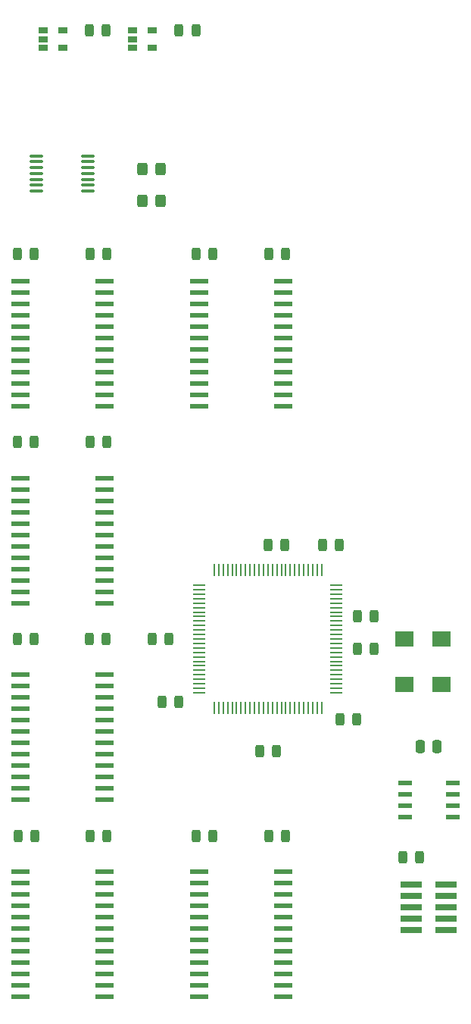
<source format=gbr>
%TF.GenerationSoftware,KiCad,Pcbnew,(6.0.4-0)*%
%TF.CreationDate,2022-10-03T08:54:47-06:00*%
%TF.ProjectId,midiori,6d696469-6f72-4692-9e6b-696361645f70,rev?*%
%TF.SameCoordinates,Original*%
%TF.FileFunction,Paste,Top*%
%TF.FilePolarity,Positive*%
%FSLAX46Y46*%
G04 Gerber Fmt 4.6, Leading zero omitted, Abs format (unit mm)*
G04 Created by KiCad (PCBNEW (6.0.4-0)) date 2022-10-03 08:54:47*
%MOMM*%
%LPD*%
G01*
G04 APERTURE LIST*
G04 Aperture macros list*
%AMRoundRect*
0 Rectangle with rounded corners*
0 $1 Rounding radius*
0 $2 $3 $4 $5 $6 $7 $8 $9 X,Y pos of 4 corners*
0 Add a 4 corners polygon primitive as box body*
4,1,4,$2,$3,$4,$5,$6,$7,$8,$9,$2,$3,0*
0 Add four circle primitives for the rounded corners*
1,1,$1+$1,$2,$3*
1,1,$1+$1,$4,$5*
1,1,$1+$1,$6,$7*
1,1,$1+$1,$8,$9*
0 Add four rect primitives between the rounded corners*
20,1,$1+$1,$2,$3,$4,$5,0*
20,1,$1+$1,$4,$5,$6,$7,0*
20,1,$1+$1,$6,$7,$8,$9,0*
20,1,$1+$1,$8,$9,$2,$3,0*%
G04 Aperture macros list end*
%ADD10R,2.000000X1.800000*%
%ADD11RoundRect,0.250000X-0.325000X-0.450000X0.325000X-0.450000X0.325000X0.450000X-0.325000X0.450000X0*%
%ADD12RoundRect,0.250000X0.325000X0.450000X-0.325000X0.450000X-0.325000X-0.450000X0.325000X-0.450000X0*%
%ADD13RoundRect,0.250000X-0.250000X-0.475000X0.250000X-0.475000X0.250000X0.475000X-0.250000X0.475000X0*%
%ADD14R,2.000000X0.600000*%
%ADD15R,1.470000X0.280000*%
%ADD16R,0.280000X1.470000*%
%ADD17RoundRect,0.100000X-0.637500X-0.100000X0.637500X-0.100000X0.637500X0.100000X-0.637500X0.100000X0*%
%ADD18R,1.550000X0.600000*%
%ADD19R,1.060000X0.650000*%
%ADD20RoundRect,0.243750X-0.243750X-0.456250X0.243750X-0.456250X0.243750X0.456250X-0.243750X0.456250X0*%
%ADD21R,2.400000X0.740000*%
%ADD22RoundRect,0.243750X0.243750X0.456250X-0.243750X0.456250X-0.243750X-0.456250X0.243750X-0.456250X0*%
G04 APERTURE END LIST*
D10*
%TO.C,X1*%
X113440000Y-127090000D03*
X113440000Y-122010000D03*
X109240000Y-122010000D03*
X109240000Y-127090000D03*
%TD*%
D11*
%TO.C,R6*%
X79950000Y-69500000D03*
X82000000Y-69500000D03*
%TD*%
D12*
%TO.C,R9*%
X81995000Y-73080000D03*
X79945000Y-73080000D03*
%TD*%
D13*
%TO.C,C8*%
X111025000Y-134000000D03*
X112925000Y-134000000D03*
%TD*%
D14*
%TO.C,U4*%
X86300000Y-148015000D03*
X86300000Y-149285000D03*
X86300000Y-150555000D03*
X86300000Y-151825000D03*
X86300000Y-153095000D03*
X86300000Y-154365000D03*
X86300000Y-155635000D03*
X86300000Y-156905000D03*
X86300000Y-158175000D03*
X86300000Y-159445000D03*
X86300000Y-160715000D03*
X86300000Y-161985000D03*
X95700000Y-161985000D03*
X95700000Y-160715000D03*
X95700000Y-159445000D03*
X95700000Y-158175000D03*
X95700000Y-156905000D03*
X95700000Y-155635000D03*
X95700000Y-154365000D03*
X95700000Y-153095000D03*
X95700000Y-151825000D03*
X95700000Y-150555000D03*
X95700000Y-149285000D03*
X95700000Y-148015000D03*
%TD*%
%TO.C,U5*%
X66300000Y-126015000D03*
X66300000Y-127285000D03*
X66300000Y-128555000D03*
X66300000Y-129825000D03*
X66300000Y-131095000D03*
X66300000Y-132365000D03*
X66300000Y-133635000D03*
X66300000Y-134905000D03*
X66300000Y-136175000D03*
X66300000Y-137445000D03*
X66300000Y-138715000D03*
X66300000Y-139985000D03*
X75700000Y-139985000D03*
X75700000Y-138715000D03*
X75700000Y-137445000D03*
X75700000Y-136175000D03*
X75700000Y-134905000D03*
X75700000Y-133635000D03*
X75700000Y-132365000D03*
X75700000Y-131095000D03*
X75700000Y-129825000D03*
X75700000Y-128555000D03*
X75700000Y-127285000D03*
X75700000Y-126015000D03*
%TD*%
%TO.C,U6*%
X86300000Y-82015000D03*
X86300000Y-83285000D03*
X86300000Y-84555000D03*
X86300000Y-85825000D03*
X86300000Y-87095000D03*
X86300000Y-88365000D03*
X86300000Y-89635000D03*
X86300000Y-90905000D03*
X86300000Y-92175000D03*
X86300000Y-93445000D03*
X86300000Y-94715000D03*
X86300000Y-95985000D03*
X95700000Y-95985000D03*
X95700000Y-94715000D03*
X95700000Y-93445000D03*
X95700000Y-92175000D03*
X95700000Y-90905000D03*
X95700000Y-89635000D03*
X95700000Y-88365000D03*
X95700000Y-87095000D03*
X95700000Y-85825000D03*
X95700000Y-84555000D03*
X95700000Y-83285000D03*
X95700000Y-82015000D03*
%TD*%
%TO.C,U7*%
X66300000Y-148015000D03*
X66300000Y-149285000D03*
X66300000Y-150555000D03*
X66300000Y-151825000D03*
X66300000Y-153095000D03*
X66300000Y-154365000D03*
X66300000Y-155635000D03*
X66300000Y-156905000D03*
X66300000Y-158175000D03*
X66300000Y-159445000D03*
X66300000Y-160715000D03*
X66300000Y-161985000D03*
X75700000Y-161985000D03*
X75700000Y-160715000D03*
X75700000Y-159445000D03*
X75700000Y-158175000D03*
X75700000Y-156905000D03*
X75700000Y-155635000D03*
X75700000Y-154365000D03*
X75700000Y-153095000D03*
X75700000Y-151825000D03*
X75700000Y-150555000D03*
X75700000Y-149285000D03*
X75700000Y-148015000D03*
%TD*%
%TO.C,U9*%
X66300000Y-82015000D03*
X66300000Y-83285000D03*
X66300000Y-84555000D03*
X66300000Y-85825000D03*
X66300000Y-87095000D03*
X66300000Y-88365000D03*
X66300000Y-89635000D03*
X66300000Y-90905000D03*
X66300000Y-92175000D03*
X66300000Y-93445000D03*
X66300000Y-94715000D03*
X66300000Y-95985000D03*
X75700000Y-95985000D03*
X75700000Y-94715000D03*
X75700000Y-93445000D03*
X75700000Y-92175000D03*
X75700000Y-90905000D03*
X75700000Y-89635000D03*
X75700000Y-88365000D03*
X75700000Y-87095000D03*
X75700000Y-85825000D03*
X75700000Y-84555000D03*
X75700000Y-83285000D03*
X75700000Y-82015000D03*
%TD*%
D15*
%TO.C,U10*%
X86330000Y-116000000D03*
X86330000Y-116500000D03*
X86330000Y-117000000D03*
X86330000Y-117500000D03*
X86330000Y-118000000D03*
X86330000Y-118500000D03*
X86330000Y-119000000D03*
X86330000Y-119500000D03*
X86330000Y-120000000D03*
X86330000Y-120500000D03*
X86330000Y-121000000D03*
X86330000Y-121500000D03*
X86330000Y-122000000D03*
X86330000Y-122500000D03*
X86330000Y-123000000D03*
X86330000Y-123500000D03*
X86330000Y-124000000D03*
X86330000Y-124500000D03*
X86330000Y-125000000D03*
X86330000Y-125500000D03*
X86330000Y-126000000D03*
X86330000Y-126500000D03*
X86330000Y-127000000D03*
X86330000Y-127500000D03*
X86330000Y-128000000D03*
D16*
X88000000Y-129670000D03*
X88500000Y-129670000D03*
X89000000Y-129670000D03*
X89500000Y-129670000D03*
X90000000Y-129670000D03*
X90500000Y-129670000D03*
X91000000Y-129670000D03*
X91500000Y-129670000D03*
X92000000Y-129670000D03*
X92500000Y-129670000D03*
X93000000Y-129670000D03*
X93500000Y-129670000D03*
X94000000Y-129670000D03*
X94500000Y-129670000D03*
X95000000Y-129670000D03*
X95500000Y-129670000D03*
X96000000Y-129670000D03*
X96500000Y-129670000D03*
X97000000Y-129670000D03*
X97500000Y-129670000D03*
X98000000Y-129670000D03*
X98500000Y-129670000D03*
X99000000Y-129670000D03*
X99500000Y-129670000D03*
X100000000Y-129670000D03*
D15*
X101670000Y-128000000D03*
X101670000Y-127500000D03*
X101670000Y-127000000D03*
X101670000Y-126500000D03*
X101670000Y-126000000D03*
X101670000Y-125500000D03*
X101670000Y-125000000D03*
X101670000Y-124500000D03*
X101670000Y-124000000D03*
X101670000Y-123500000D03*
X101670000Y-123000000D03*
X101670000Y-122500000D03*
X101670000Y-122000000D03*
X101670000Y-121500000D03*
X101670000Y-121000000D03*
X101670000Y-120500000D03*
X101670000Y-120000000D03*
X101670000Y-119500000D03*
X101670000Y-119000000D03*
X101670000Y-118500000D03*
X101670000Y-118000000D03*
X101670000Y-117500000D03*
X101670000Y-117000000D03*
X101670000Y-116500000D03*
X101670000Y-116000000D03*
D16*
X100000000Y-114330000D03*
X99500000Y-114330000D03*
X99000000Y-114330000D03*
X98500000Y-114330000D03*
X98000000Y-114330000D03*
X97500000Y-114330000D03*
X97000000Y-114330000D03*
X96500000Y-114330000D03*
X96000000Y-114330000D03*
X95500000Y-114330000D03*
X95000000Y-114330000D03*
X94500000Y-114330000D03*
X94000000Y-114330000D03*
X93500000Y-114330000D03*
X93000000Y-114330000D03*
X92500000Y-114330000D03*
X92000000Y-114330000D03*
X91500000Y-114330000D03*
X91000000Y-114330000D03*
X90500000Y-114330000D03*
X90000000Y-114330000D03*
X89500000Y-114330000D03*
X89000000Y-114330000D03*
X88500000Y-114330000D03*
X88000000Y-114330000D03*
%TD*%
D17*
%TO.C,U1*%
X68137500Y-68050000D03*
X68137500Y-68700000D03*
X68137500Y-69350000D03*
X68137500Y-70000000D03*
X68137500Y-70650000D03*
X68137500Y-71300000D03*
X68137500Y-71950000D03*
X73862500Y-71950000D03*
X73862500Y-71300000D03*
X73862500Y-70650000D03*
X73862500Y-70000000D03*
X73862500Y-69350000D03*
X73862500Y-68700000D03*
X73862500Y-68050000D03*
%TD*%
D14*
%TO.C,U8*%
X66300000Y-104015000D03*
X66300000Y-105285000D03*
X66300000Y-106555000D03*
X66300000Y-107825000D03*
X66300000Y-109095000D03*
X66300000Y-110365000D03*
X66300000Y-111635000D03*
X66300000Y-112905000D03*
X66300000Y-114175000D03*
X66300000Y-115445000D03*
X66300000Y-116715000D03*
X66300000Y-117985000D03*
X75700000Y-117985000D03*
X75700000Y-116715000D03*
X75700000Y-115445000D03*
X75700000Y-114175000D03*
X75700000Y-112905000D03*
X75700000Y-111635000D03*
X75700000Y-110365000D03*
X75700000Y-109095000D03*
X75700000Y-107825000D03*
X75700000Y-106555000D03*
X75700000Y-105285000D03*
X75700000Y-104015000D03*
%TD*%
D18*
%TO.C,U2*%
X114700000Y-141905000D03*
X114700000Y-140635000D03*
X114700000Y-139365000D03*
X114700000Y-138095000D03*
X109300000Y-138095000D03*
X109300000Y-139365000D03*
X109300000Y-140635000D03*
X109300000Y-141905000D03*
%TD*%
D19*
%TO.C,U11*%
X68900000Y-54050000D03*
X68900000Y-55000000D03*
X68900000Y-55950000D03*
X71100000Y-55950000D03*
X71100000Y-54050000D03*
%TD*%
D20*
%TO.C,C1*%
X74062500Y-54000000D03*
X75937500Y-54000000D03*
%TD*%
%TO.C,C2*%
X84062500Y-54000000D03*
X85937500Y-54000000D03*
%TD*%
D21*
%TO.C,J2*%
X110050000Y-149460000D03*
X113950000Y-149460000D03*
X110050000Y-150730000D03*
X113950000Y-150730000D03*
X110050000Y-152000000D03*
X113950000Y-152000000D03*
X110050000Y-153270000D03*
X113950000Y-153270000D03*
X110050000Y-154540000D03*
X113950000Y-154540000D03*
%TD*%
D19*
%TO.C,U3*%
X78900000Y-54050000D03*
X78900000Y-55000000D03*
X78900000Y-55950000D03*
X81100000Y-55950000D03*
X81100000Y-54050000D03*
%TD*%
D20*
%TO.C,C4*%
X66000000Y-122000000D03*
X67875000Y-122000000D03*
%TD*%
D22*
%TO.C,C5*%
X96000000Y-79000000D03*
X94125000Y-79000000D03*
%TD*%
D20*
%TO.C,C6*%
X86000000Y-144000000D03*
X87875000Y-144000000D03*
%TD*%
D22*
%TO.C,C7*%
X76000000Y-144000000D03*
X74125000Y-144000000D03*
%TD*%
D20*
%TO.C,C9*%
X86000000Y-79000000D03*
X87875000Y-79000000D03*
%TD*%
D22*
%TO.C,C12*%
X75937500Y-122000000D03*
X74062500Y-122000000D03*
%TD*%
D20*
%TO.C,C13*%
X66000000Y-79000000D03*
X67875000Y-79000000D03*
%TD*%
D22*
%TO.C,C14*%
X76000000Y-79000000D03*
X74125000Y-79000000D03*
%TD*%
D20*
%TO.C,C15*%
X66062500Y-144000000D03*
X67937500Y-144000000D03*
%TD*%
D22*
%TO.C,C17*%
X76000000Y-100000000D03*
X74125000Y-100000000D03*
%TD*%
D20*
%TO.C,C18*%
X100125000Y-111500000D03*
X102000000Y-111500000D03*
%TD*%
%TO.C,C20*%
X93062500Y-134500000D03*
X94937500Y-134500000D03*
%TD*%
%TO.C,C22*%
X103982500Y-123100000D03*
X105857500Y-123100000D03*
%TD*%
D22*
%TO.C,C23*%
X84000000Y-129000000D03*
X82125000Y-129000000D03*
%TD*%
D20*
%TO.C,C11*%
X66000000Y-100000000D03*
X67875000Y-100000000D03*
%TD*%
D22*
%TO.C,C21*%
X96000000Y-144000000D03*
X94125000Y-144000000D03*
%TD*%
%TO.C,C16*%
X82937500Y-122000000D03*
X81062500Y-122000000D03*
%TD*%
%TO.C,R3*%
X110975000Y-146400000D03*
X109100000Y-146400000D03*
%TD*%
D20*
%TO.C,C19*%
X102062500Y-131000000D03*
X103937500Y-131000000D03*
%TD*%
%TO.C,C10*%
X94000000Y-111500000D03*
X95875000Y-111500000D03*
%TD*%
%TO.C,C3*%
X104000000Y-119500000D03*
X105875000Y-119500000D03*
%TD*%
M02*

</source>
